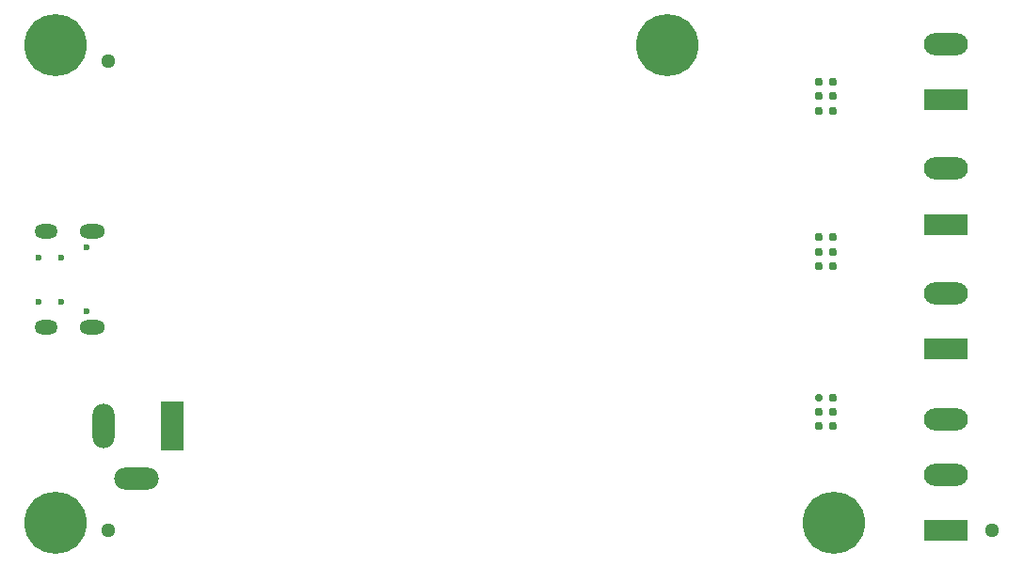
<source format=gbr>
%TF.GenerationSoftware,KiCad,Pcbnew,8.0.4*%
%TF.CreationDate,2025-02-12T15:13:01+01:00*%
%TF.ProjectId,SimpleLedController,53696d70-6c65-44c6-9564-436f6e74726f,A*%
%TF.SameCoordinates,Original*%
%TF.FileFunction,Soldermask,Bot*%
%TF.FilePolarity,Negative*%
%FSLAX46Y46*%
G04 Gerber Fmt 4.6, Leading zero omitted, Abs format (unit mm)*
G04 Created by KiCad (PCBNEW 8.0.4) date 2025-02-12 15:13:01*
%MOMM*%
%LPD*%
G01*
G04 APERTURE LIST*
%ADD10C,5.600000*%
%ADD11C,0.740000*%
%ADD12C,0.770000*%
%ADD13C,1.296000*%
%ADD14R,2.000000X4.500000*%
%ADD15O,2.000000X4.000000*%
%ADD16O,4.000000X2.000000*%
%ADD17R,3.960000X1.980000*%
%ADD18O,3.960000X1.980000*%
%ADD19C,0.600000*%
%ADD20O,2.300000X1.300000*%
%ADD21O,2.100000X1.300000*%
G04 APERTURE END LIST*
D10*
%TO.C,H1*%
X103000000Y-108317800D03*
%TD*%
D11*
%TO.C,U24*%
X171654251Y-97069612D03*
D12*
X171654251Y-98369612D03*
X171654251Y-99669612D03*
X172954251Y-97069612D03*
X172954251Y-98369612D03*
X172954251Y-99669612D03*
%TD*%
D13*
%TO.C,REF\u002A\u002A*%
X187274200Y-109042200D03*
%TD*%
D14*
%TO.C,J1*%
X113488600Y-99662000D03*
D15*
X107288600Y-99662000D03*
D16*
X110288600Y-104362000D03*
%TD*%
D13*
%TO.C,REF\u002A\u002A*%
X107772200Y-109042200D03*
%TD*%
D17*
%TO.C,J5*%
X183071941Y-109024714D03*
D18*
X183071941Y-104024714D03*
X183071941Y-99024714D03*
%TD*%
D19*
%TO.C,J3*%
X105805000Y-83552800D03*
X105805000Y-89332800D03*
D20*
X106325000Y-82112800D03*
D21*
X102125000Y-82112800D03*
D19*
X103505000Y-84442800D03*
X101505000Y-84442800D03*
X103505000Y-88442800D03*
X101505000Y-88442800D03*
D20*
X106325000Y-90772800D03*
D21*
X102125000Y-90772800D03*
%TD*%
D10*
%TO.C,H4*%
X103000000Y-65317800D03*
%TD*%
D17*
%TO.C,J14*%
X183061941Y-81474898D03*
D18*
X183061941Y-76474898D03*
%TD*%
D10*
%TO.C,H2*%
X158000000Y-65317800D03*
%TD*%
D13*
%TO.C,REF\u002A\u002A*%
X107772200Y-66802000D03*
%TD*%
D17*
%TO.C,J13*%
X183061941Y-70229990D03*
D18*
X183061941Y-65229990D03*
%TD*%
D17*
%TO.C,J12*%
X183061941Y-92719806D03*
D18*
X183061941Y-87719806D03*
%TD*%
D12*
%TO.C,U27*%
X171654251Y-68649000D03*
X171654251Y-69949000D03*
X171654251Y-71249000D03*
X172954251Y-68649000D03*
X172954251Y-69949000D03*
X172954251Y-71249000D03*
%TD*%
D10*
%TO.C,H3*%
X173000000Y-108317800D03*
%TD*%
D12*
%TO.C,U30*%
X171654251Y-82642520D03*
X171654251Y-83942520D03*
X171654251Y-85242520D03*
X172954251Y-82642520D03*
X172954251Y-83942520D03*
X172954251Y-85242520D03*
%TD*%
M02*

</source>
